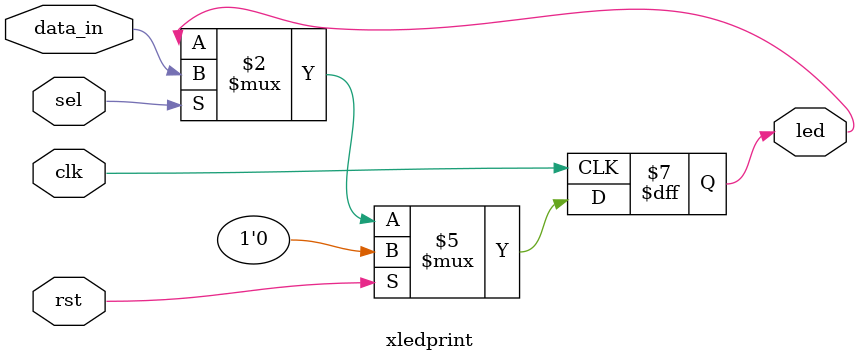
<source format=v>
`timescale 1ns / 1ps
`include "xdefs.vh"

module xledprint (
		input 	    clk,
		input		rst,
		input 	    sel,
		input		data_in,
		output	reg		led
		);

 always @(posedge clk)
	if(rst)
		led <= 1'b0;
  else if(sel)
    led <=data_in;

endmodule

</source>
